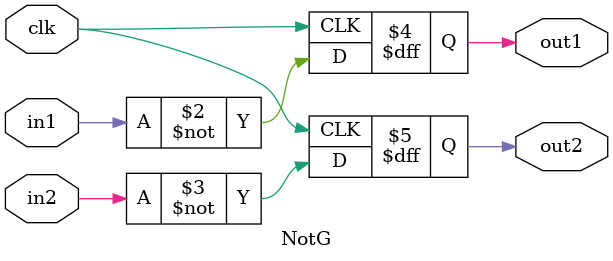
<source format=v>
module NotG(clk,in1,in2,out1,out2);
input in1,in2,clk;
output reg out1,out2;
always @(posedge clk)
	begin
		out1=~in1;
		out2=~in2;
	end
endmodule 
</source>
